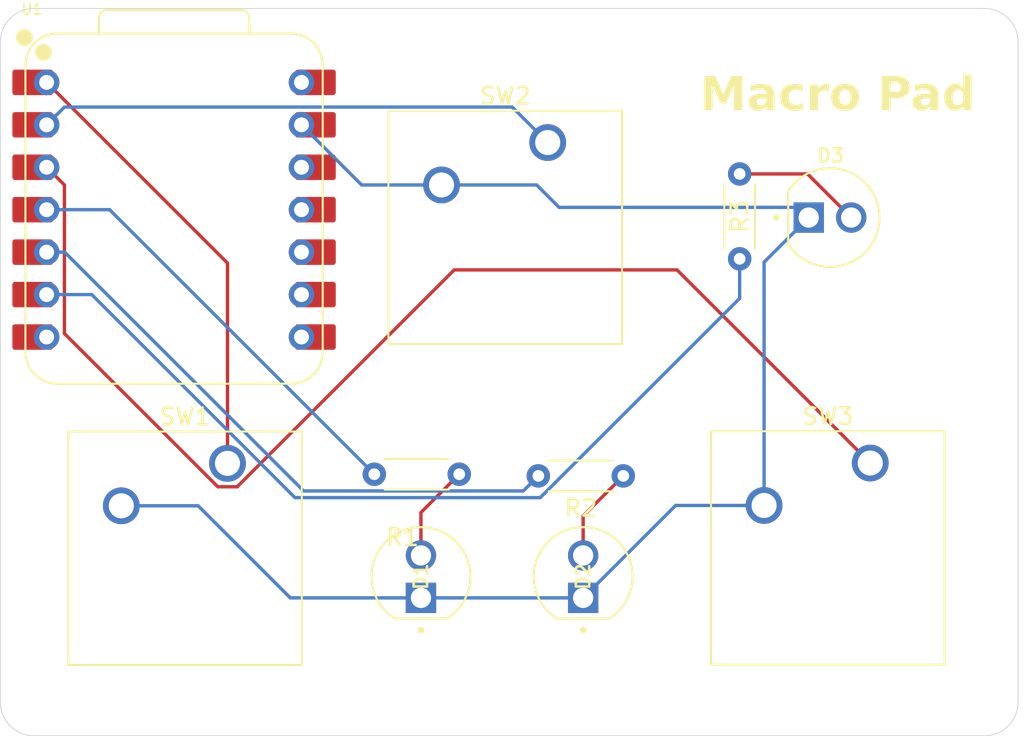
<source format=kicad_pcb>
(kicad_pcb (version 20241229) (generator "pcbnew") (generator_version "9.0")
  (layers (0 "F.Cu" signal) (2 "B.Cu" signal) (13 "F.Paste" user) (15 "B.Paste" user) (5 "F.SilkS" user "F.Silkscreen") (7 "B.SilkS" user "B.Silkscreen") (1 "F.Mask" user) (3 "B.Mask" user) (25 "Edge.Cuts" user))
  (net 0 "")
  (net 1 "GND")
  (net 2 "Net-(D1-PadA)")
  (net 3 "Net-(D2-PadA)")
  (net 4 "Net-(D3-PadA)")
  (net 5 "LED1")
  (net 6 "LED2")
  (net 7 "LED3")
  (net 8 "Button1")
  (net 9 "Button2")
  (net 10 "Button3")
  (footprint "Resistor_THT:R_Axial_DIN0204_L3.6mm_D1.6mm_P5.08mm_Horizontal" (layer "F.Cu") (at 208.37 81.48 -90)
    (property "Reference" "R3" (at 2.54 0 90) (layer "F.SilkS"))
    (property "Value" "R")
    (fp_line (start 0.62 0.92) (end 4.46 0.92) (stroke (width 0.12)) (layer "F.SilkS"))
    (fp_line (start 0.62 -0.92) (end 4.46 -0.92) (stroke (width 0.12)) (layer "F.SilkS"))
    (pad "1" thru_hole circle (at 0 0 270) (size 1.4 1.4) (drill 0.7) (layers "*.Cu" "*.Mask") (net 4 "Net-(D3-PadA)"))
    (pad "2" thru_hole circle (at 5.08 0 270) (size 1.4 1.4) (drill 0.7) (layers "*.Cu" "*.Mask") (net 7 "LED3"))
  )
  (footprint "footprints:LEDRD254W57D500H1070" (layer "F.Cu") (at 199.01 105.58 90)
    (property "Reference" "D2" (at 0 0 90) (layer "F.SilkS") (effects (font (size 0.8 0.8))))
    (property "Value" "L08R5000Q1")
    (fp_line (start -2.5 -1.566) (end -2.5 1.566) (stroke (width 0.127)) (layer "F.SilkS"))
    (fp_arc (start -2.5 -1.566) (mid 2.961291 0) (end -2.5 1.566) (stroke (width 0.127)) (layer "F.SilkS"))
    (fp_circle (center -3.2 0) (end -3.1 0) (stroke (width 0.2)) (fill no) (layer "F.SilkS"))
    (pad "A" thru_hole circle (at 1.27 0 90) (size 1.815 1.815) (drill 1.21) (layers "*.Cu" "*.Mask") (net 3 "Net-(D2-PadA)"))
    (pad "C" thru_hole rect (at -1.27 0 90) (size 1.815 1.815) (drill 1.21) (layers "*.Cu" "*.Mask") (net 1 "GND"))
  )
  (footprint "footprints:LEDRD254W57D500H1070" (layer "F.Cu") (at 213.77 84.09)
    (property "Reference" "D3" (at 0.04 -3.708 0) (layer "F.SilkS") (effects (font (size 0.8 0.8))))
    (property "Value" "L08R5000Q1")
    (fp_line (start -2.5 -1.566) (end -2.5 1.566) (stroke (width 0.127)) (layer "F.SilkS"))
    (fp_arc (start -2.5 -1.566) (mid 2.961291 0) (end -2.5 1.566) (stroke (width 0.127)) (layer "F.SilkS"))
    (fp_circle (center -3.2 0) (end -3.1 0) (stroke (width 0.2)) (fill no) (layer "F.SilkS"))
    (pad "A" thru_hole circle (at 1.27 0) (size 1.815 1.815) (drill 1.21) (layers "*.Cu" "*.Mask") (net 4 "Net-(D3-PadA)"))
    (pad "C" thru_hole rect (at -1.27 0) (size 1.815 1.815) (drill 1.21) (layers "*.Cu" "*.Mask") (net 1 "GND"))
  )
  (footprint "Button_Switch_Keyboard:SW_Cherry_MX_1.00u_PCB" (layer "F.Cu") (at 196.89 79.6)
    (property "Reference" "SW2" (at -2.54 -2.794 0) (layer "F.SilkS"))
    (property "Value" "SW_Push")
    (fp_line (start -9.525 -1.905) (end 4.445 -1.905) (stroke (width 0.12)) (layer "F.SilkS"))
    (fp_line (start -9.525 12.065) (end -9.525 -1.905) (stroke (width 0.12)) (layer "F.SilkS"))
    (fp_line (start 4.445 -1.905) (end 4.445 12.065) (stroke (width 0.12)) (layer "F.SilkS"))
    (fp_line (start 4.445 12.065) (end -9.525 12.065) (stroke (width 0.12)) (layer "F.SilkS"))
    (pad "" np_thru_hole circle (at -7.62 5.08) (size 1.7 1.7) (drill 1.7) (layers "*.Cu" "*.Mask"))
    (pad "" np_thru_hole circle (at -2.54 5.08) (size 4 4) (drill 4) (layers "*.Cu" "*.Mask"))
    (pad "" np_thru_hole circle (at 2.54 5.08) (size 1.7 1.7) (drill 1.7) (layers "*.Cu" "*.Mask"))
    (pad "1" thru_hole circle (at 0 0) (size 2.2 2.2) (drill 1.5) (layers "*.Cu" "*.Mask") (net 9 "Button2"))
    (pad "2" thru_hole circle (at -6.35 2.54) (size 2.2 2.2) (drill 1.5) (layers "*.Cu" "*.Mask") (net 1 "GND"))
  )
  (footprint "Button_Switch_Keyboard:SW_Cherry_MX_1.00u_PCB" (layer "F.Cu") (at 216.18 98.78)
    (property "Reference" "SW3" (at -2.54 -2.794 0) (layer "F.SilkS"))
    (property "Value" "SW_Push")
    (fp_line (start -9.525 -1.905) (end 4.445 -1.905) (stroke (width 0.12)) (layer "F.SilkS"))
    (fp_line (start -9.525 12.065) (end -9.525 -1.905) (stroke (width 0.12)) (layer "F.SilkS"))
    (fp_line (start 4.445 -1.905) (end 4.445 12.065) (stroke (width 0.12)) (layer "F.SilkS"))
    (fp_line (start 4.445 12.065) (end -9.525 12.065) (stroke (width 0.12)) (layer "F.SilkS"))
    (pad "" np_thru_hole circle (at -7.62 5.08) (size 1.7 1.7) (drill 1.7) (layers "*.Cu" "*.Mask"))
    (pad "" np_thru_hole circle (at -2.54 5.08) (size 4 4) (drill 4) (layers "*.Cu" "*.Mask"))
    (pad "" np_thru_hole circle (at 2.54 5.08) (size 1.7 1.7) (drill 1.7) (layers "*.Cu" "*.Mask"))
    (pad "1" thru_hole circle (at 0 0) (size 2.2 2.2) (drill 1.5) (layers "*.Cu" "*.Mask") (net 10 "Button3"))
    (pad "2" thru_hole circle (at -6.35 2.54) (size 2.2 2.2) (drill 1.5) (layers "*.Cu" "*.Mask") (net 1 "GND"))
  )
  (footprint "footprints:LEDRD254W57D500H1070" (layer "F.Cu") (at 189.31 105.58 90)
    (property "Reference" "D1" (at 0 0 90) (layer "F.SilkS") (effects (font (size 0.8 0.8))))
    (property "Value" "L08R5000Q1")
    (fp_line (start -2.5 -1.566) (end -2.5 1.566) (stroke (width 0.127)) (layer "F.SilkS"))
    (fp_arc (start -2.5 -1.566) (mid 2.961291 0) (end -2.5 1.566) (stroke (width 0.127)) (layer "F.SilkS"))
    (fp_circle (center -3.2 0) (end -3.1 0) (stroke (width 0.2)) (fill no) (layer "F.SilkS"))
    (pad "A" thru_hole circle (at 1.27 0 90) (size 1.815 1.815) (drill 1.21) (layers "*.Cu" "*.Mask") (net 2 "Net-(D1-PadA)"))
    (pad "C" thru_hole rect (at -1.27 0 90) (size 1.815 1.815) (drill 1.21) (layers "*.Cu" "*.Mask") (net 1 "GND"))
  )
  (footprint "Resistor_THT:R_Axial_DIN0204_L3.6mm_D1.6mm_P5.08mm_Horizontal" (layer "F.Cu") (at 201.41 99.55 180)
    (property "Reference" "R2" (at 2.54 -1.92 0) (layer "F.SilkS"))
    (property "Value" "R")
    (fp_line (start 0.62 0.92) (end 4.46 0.92) (stroke (width 0.12)) (layer "F.SilkS"))
    (fp_line (start 0.62 -0.92) (end 4.46 -0.92) (stroke (width 0.12)) (layer "F.SilkS"))
    (pad "1" thru_hole circle (at 0 0 180) (size 1.4 1.4) (drill 0.7) (layers "*.Cu" "*.Mask") (net 3 "Net-(D2-PadA)"))
    (pad "2" thru_hole circle (at 5.08 0 180) (size 1.4 1.4) (drill 0.7) (layers "*.Cu" "*.Mask") (net 6 "LED2"))
  )
  (footprint "Resistor_THT:R_Axial_DIN0204_L3.6mm_D1.6mm_P5.08mm_Horizontal" (layer "F.Cu") (at 191.6 99.45 180)
    (property "Reference" "R1" (at 3.39 -3.78 0) (layer "F.SilkS"))
    (property "Value" "R")
    (fp_line (start 0.62 0.92) (end 4.46 0.92) (stroke (width 0.12)) (layer "F.SilkS"))
    (fp_line (start 0.62 -0.92) (end 4.46 -0.92) (stroke (width 0.12)) (layer "F.SilkS"))
    (pad "1" thru_hole circle (at 0 0 180) (size 1.4 1.4) (drill 0.7) (layers "*.Cu" "*.Mask") (net 2 "Net-(D1-PadA)"))
    (pad "2" thru_hole circle (at 5.08 0 180) (size 1.4 1.4) (drill 0.7) (layers "*.Cu" "*.Mask") (net 5 "LED1"))
  )
  (footprint "footprints:XIAO-RP2040-DIP" (layer "F.Cu") (at 174.545 83.62)
    (property "Reference" "U1" (at -8.5 -12 0) (layer "F.SilkS") (effects (font (size 0.635 0.635) (thickness 0.1016))))
    (property "Value" "XIAO-RP2040-DIP")
    (fp_line (start -8.89 8.509) (end -8.89 -8.636) (stroke (width 0.127)) (layer "F.SilkS"))
    (fp_line (start -6.985 10.414) (end 6.985 10.414) (stroke (width 0.127)) (layer "F.SilkS"))
    (fp_line (start -4.495 -10.541) (end -4.491272 -11.451272) (stroke (width 0.127)) (layer "F.SilkS"))
    (fp_line (start -3.991272 -11.951) (end 4.004 -11.951) (stroke (width 0.127)) (layer "F.SilkS"))
    (fp_line (start 4.504 -11.451) (end 4.504 -10.541) (stroke (width 0.127)) (layer "F.SilkS"))
    (fp_line (start 6.985 -10.541) (end -6.985 -10.541) (stroke (width 0.1)) (layer "F.SilkS"))
    (fp_line (start 6.985 -10.541) (end -6.985 -10.541) (stroke (width 0.127)) (layer "F.SilkS"))
    (fp_line (start 8.89 8.509) (end 8.89 -8.636) (stroke (width 0.127)) (layer "F.SilkS"))
    (fp_arc (start -8.89 -8.636) (mid -8.332038 -9.983038) (end -6.985 -10.541) (stroke (width 0.127)) (layer "F.SilkS"))
    (fp_arc (start -6.985 10.414) (mid -8.332038 9.856038) (end -8.89 8.509) (stroke (width 0.127)) (layer "F.SilkS"))
    (fp_arc (start -4.491272 -11.451272) (mid -4.344728 -11.80464) (end -3.991272 -11.951) (stroke (width 0.127)) (layer "F.SilkS"))
    (fp_arc (start 4.004 -11.951) (mid 4.357553 -11.804553) (end 4.504 -11.451) (stroke (width 0.127)) (layer "F.SilkS"))
    (fp_arc (start 6.985 -10.541) (mid 8.332038 -9.983038) (end 8.89 -8.636) (stroke (width 0.127)) (layer "F.SilkS"))
    (fp_arc (start 8.89 8.509) (mid 8.332038 9.856038) (end 6.985 10.414) (stroke (width 0.127)) (layer "F.SilkS"))
    (fp_circle (center -8.95 -10.3) (end -8.95 -10.554) (stroke (width 0.5)) (fill yes) (layer "F.SilkS"))
    (fp_circle (center -7.807 -9.42) (end -7.807 -9.674) (stroke (width 0.5)) (fill yes) (layer "F.SilkS"))
    (pad "1" smd roundrect (at -8.455 -7.62 180) (size 2.432 1.524) (layers "F.Cu" "F.Mask") (roundrect_rratio 0.1) (net 8 "Button1"))
    (pad "1" thru_hole circle (at -7.62 -7.62 180) (size 1.524 1.524) (drill 0.889) (layers "*.Cu" "*.Mask") (net 8 "Button1"))
    (pad "2" smd roundrect (at -8.455 -5.08 180) (size 2.432 1.524) (layers "F.Cu" "F.Mask") (roundrect_rratio 0.1) (net 9 "Button2"))
    (pad "2" thru_hole circle (at -7.62 -5.08 180) (size 1.524 1.524) (drill 0.889) (layers "*.Cu" "*.Mask") (net 9 "Button2"))
    (pad "3" smd roundrect (at -8.455 -2.54 180) (size 2.432 1.524) (layers "F.Cu" "F.Mask") (roundrect_rratio 0.1) (net 10 "Button3"))
    (pad "3" thru_hole circle (at -7.62 -2.54 180) (size 1.524 1.524) (drill 0.889) (layers "*.Cu" "*.Mask") (net 10 "Button3"))
    (pad "4" smd roundrect (at -8.455 0 180) (size 2.432 1.524) (layers "F.Cu" "F.Mask") (roundrect_rratio 0.1) (net 5 "LED1"))
    (pad "4" thru_hole circle (at -7.62 0 180) (size 1.524 1.524) (drill 0.889) (layers "*.Cu" "*.Mask") (net 5 "LED1"))
    (pad "5" smd roundrect (at -8.455 2.54 180) (size 2.432 1.524) (layers "F.Cu" "F.Mask") (roundrect_rratio 0.1) (net 6 "LED2"))
    (pad "5" thru_hole circle (at -7.62 2.54 180) (size 1.524 1.524) (drill 0.889) (layers "*.Cu" "*.Mask") (net 6 "LED2"))
    (pad "6" smd roundrect (at -8.455 5.08 180) (size 2.432 1.524) (layers "F.Cu" "F.Mask") (roundrect_rratio 0.1) (net 7 "LED3"))
    (pad "6" thru_hole circle (at -7.62 5.08 180) (size 1.524 1.524) (drill 0.889) (layers "*.Cu" "*.Mask") (net 7 "LED3"))
    (pad "7" smd roundrect (at -8.455 7.62 180) (size 2.432 1.524) (layers "F.Cu" "F.Mask") (roundrect_rratio 0.1))
    (pad "7" thru_hole circle (at -7.62 7.62 180) (size 1.524 1.524) (drill 0.889) (layers "*.Cu" "*.Mask"))
    (pad "8" thru_hole circle (at 7.62 7.62) (size 1.524 1.524) (drill 0.889) (layers "*.Cu" "*.Mask"))
    (pad "8" smd roundrect (at 8.455 7.62) (size 2.432 1.524) (layers "F.Cu" "F.Mask") (roundrect_rratio 0.1))
    (pad "9" thru_hole circle (at 7.62 5.08) (size 1.524 1.524) (drill 0.889) (layers "*.Cu" "*.Mask"))
    (pad "9" smd roundrect (at 8.455 5.08) (size 2.432 1.524) (layers "F.Cu" "F.Mask") (roundrect_rratio 0.1))
    (pad "10" thru_hole circle (at 7.62 2.54) (size 1.524 1.524) (drill 0.889) (layers "*.Cu" "*.Mask"))
    (pad "10" smd roundrect (at 8.455 2.54) (size 2.432 1.524) (layers "F.Cu" "F.Mask") (roundrect_rratio 0.1))
    (pad "11" thru_hole circle (at 7.62 0) (size 1.524 1.524) (drill 0.889) (layers "*.Cu" "*.Mask"))
    (pad "11" smd roundrect (at 8.455 0) (size 2.432 1.524) (layers "F.Cu" "F.Mask") (roundrect_rratio 0.1))
    (pad "12" thru_hole circle (at 7.62 -2.54) (size 1.524 1.524) (drill 0.889) (layers "*.Cu" "*.Mask"))
    (pad "12" smd roundrect (at 8.455 -2.54) (size 2.432 1.524) (layers "F.Cu" "F.Mask") (roundrect_rratio 0.1))
    (pad "13" thru_hole circle (at 7.62 -5.08) (size 1.524 1.524) (drill 0.889) (layers "*.Cu" "*.Mask") (net 1 "GND"))
    (pad "13" smd roundrect (at 8.455 -5.08) (size 2.432 1.524) (layers "F.Cu" "F.Mask") (roundrect_rratio 0.1) (net 1 "GND"))
    (pad "14" thru_hole circle (at 7.62 -7.62) (size 1.524 1.524) (drill 0.889) (layers "*.Cu" "*.Mask"))
    (pad "14" smd roundrect (at 8.455 -7.62) (size 2.432 1.524) (layers "F.Cu" "F.Mask") (roundrect_rratio 0.1))
  )
  (footprint "Button_Switch_Keyboard:SW_Cherry_MX_1.00u_PCB" (layer "F.Cu") (at 177.74 98.8)
    (property "Reference" "SW1" (at -2.54 -2.794 0) (layer "F.SilkS"))
    (property "Value" "SW_Push")
    (fp_line (start -9.525 -1.905) (end 4.445 -1.905) (stroke (width 0.12)) (layer "F.SilkS"))
    (fp_line (start -9.525 12.065) (end -9.525 -1.905) (stroke (width 0.12)) (layer "F.SilkS"))
    (fp_line (start 4.445 -1.905) (end 4.445 12.065) (stroke (width 0.12)) (layer "F.SilkS"))
    (fp_line (start 4.445 12.065) (end -9.525 12.065) (stroke (width 0.12)) (layer "F.SilkS"))
    (pad "" np_thru_hole circle (at -7.62 5.08) (size 1.7 1.7) (drill 1.7) (layers "*.Cu" "*.Mask"))
    (pad "" np_thru_hole circle (at -2.54 5.08) (size 4 4) (drill 4) (layers "*.Cu" "*.Mask"))
    (pad "" np_thru_hole circle (at 2.54 5.08) (size 1.7 1.7) (drill 1.7) (layers "*.Cu" "*.Mask"))
    (pad "1" thru_hole circle (at 0 0) (size 2.2 2.2) (drill 1.5) (layers "*.Cu" "*.Mask") (net 8 "Button1"))
    (pad "2" thru_hole circle (at -6.35 2.54) (size 2.2 2.2) (drill 1.5) (layers "*.Cu" "*.Mask") (net 1 "GND"))
  )
  (gr_line (start 225.02 73.58) (end 225.02 113.1) (stroke (width 0.05)) (layer "Edge.Cuts"))
  (gr_line (start 223.02 115.1) (end 166.16 115.1) (stroke (width 0.05)) (layer "Edge.Cuts"))
  (gr_line (start 166.16 71.58) (end 223.02 71.58) (stroke (width 0.05)) (layer "Edge.Cuts"))
  (gr_arc (start 225.02 113.1) (mid 224.434214 114.514214) (end 223.02 115.1) (stroke (width 0.05)) (layer "Edge.Cuts"))
  (gr_arc (start 164.16 73.58) (mid 164.745786 72.165786) (end 166.16 71.58) (stroke (width 0.05)) (layer "Edge.Cuts"))
  (gr_line (start 164.16 113.1) (end 164.16 73.58) (stroke (width 0.05)) (layer "Edge.Cuts"))
  (gr_arc (start 166.16 115.1) (mid 164.745786 114.514214) (end 164.16 113.1) (stroke (width 0.05)) (layer "Edge.Cuts"))
  (gr_arc (start 223.02 71.58) (mid 224.434214 72.165786) (end 225.02 73.58) (stroke (width 0.05)) (layer "Edge.Cuts"))
  (gr_text "Macro Pad" (at 206 78 0) (layer "F.SilkS") (effects (font (size 2 2) (thickness 0.2) (bold yes)) (justify left bottom)))
  (segment (start 185.765 82.14) (end 182.165 78.54) (width 0.2) (layer "B.Cu") (net 1))
  (segment (start 209.83 101.32) (end 209.83 86.76) (width 0.2) (layer "B.Cu") (net 1))
  (segment (start 204.54 101.32) (end 209.83 101.32) (width 0.2) (layer "B.Cu") (net 1))
  (segment (start 199.01 106.85) (end 204.54 101.32) (width 0.2) (layer "B.Cu") (net 1))
  (segment (start 190.54 82.14) (end 185.765 82.14) (width 0.2) (layer "B.Cu") (net 1))
  (segment (start 196.233 82.14) (end 190.54 82.14) (width 0.2) (layer "B.Cu") (net 1))
  (segment (start 189.31 106.85) (end 199.01 106.85) (width 0.2) (layer "B.Cu") (net 1))
  (segment (start 181.494816 106.85) (end 189.31 106.85) (width 0.2) (layer "B.Cu") (net 1))
  (segment (start 209.83 86.76) (end 212.5 84.09) (width 0.2) (layer "B.Cu") (net 1))
  (segment (start 171.39 101.34) (end 175.984816 101.34) (width 0.2) (layer "B.Cu") (net 1))
  (segment (start 211.889 83.479) (end 197.572 83.479) (width 0.2) (layer "B.Cu") (net 1))
  (segment (start 175.984816 101.34) (end 181.494816 106.85) (width 0.2) (layer "B.Cu") (net 1))
  (segment (start 197.572 83.479) (end 196.233 82.14) (width 0.2) (layer "B.Cu") (net 1))
  (segment (start 212.5 84.09) (end 211.889 83.479) (width 0.2) (layer "B.Cu") (net 1))
  (segment (start 189.31 104.31) (end 189.31 101.74) (width 0.2) (layer "F.Cu") (net 2))
  (segment (start 189.23 104.31) (end 189.14 104.22) (width 0.2) (layer "F.Cu") (net 2))
  (segment (start 189.31 101.74) (end 191.6 99.45) (width 0.2) (layer "F.Cu") (net 2))
  (segment (start 189.31 104.31) (end 189.23 104.31) (width 0.2) (layer "F.Cu") (net 2))
  (segment (start 199.01 101.95) (end 201.41 99.55) (width 0.2) (layer "F.Cu") (net 3))
  (segment (start 199.01 104.31) (end 199.01 101.95) (width 0.2) (layer "F.Cu") (net 3))
  (segment (start 212.43 81.48) (end 208.37 81.48) (width 0.2) (layer "F.Cu") (net 4))
  (segment (start 215.04 84.09) (end 212.43 81.48) (width 0.2) (layer "F.Cu") (net 4))
  (segment (start 186.47 99.5) (end 186.47 99.54) (width 0.2) (layer "F.Cu") (net 5))
  (segment (start 186.47 99.5) (end 186.52 99.45) (width 0.2) (layer "F.Cu") (net 5))
  (segment (start 170.69 83.62) (end 166.925 83.62) (width 0.2) (layer "B.Cu") (net 5))
  (segment (start 186.52 99.45) (end 170.69 83.62) (width 0.2) (layer "B.Cu") (net 5))
  (segment (start 195.429 100.451) (end 182.29363 100.451) (width 0.2) (layer "B.Cu") (net 6))
  (segment (start 196.33 99.55) (end 195.429 100.451) (width 0.2) (layer "B.Cu") (net 6))
  (segment (start 182.29363 100.451) (end 168.00263 86.16) (width 0.2) (layer "B.Cu") (net 6))
  (segment (start 168.00263 86.16) (end 166.925 86.16) (width 0.2) (layer "B.Cu") (net 6))
  (segment (start 181.773314 100.852) (end 169.621314 88.7) (width 0.2) (layer "B.Cu") (net 7))
  (segment (start 196.443628 100.852) (end 181.773314 100.852) (width 0.2) (layer "B.Cu") (net 7))
  (segment (start 169.621314 88.7) (end 166.925 88.7) (width 0.2) (layer "B.Cu") (net 7))
  (segment (start 208.37 86.56) (end 208.37 88.925628) (width 0.2) (layer "B.Cu") (net 7))
  (segment (start 208.37 88.925628) (end 196.443628 100.852) (width 0.2) (layer "B.Cu") (net 7))
  (segment (start 177.74 98.8) (end 177.74 86.815) (width 0.2) (layer "F.Cu") (net 8))
  (segment (start 177.74 86.815) (end 166.925 76) (width 0.2) (layer "F.Cu") (net 8))
  (segment (start 196.91 79.6) (end 197 79.51) (width 0.2) (layer "F.Cu") (net 9))
  (segment (start 196.91 79.6) (end 196.89 79.6) (width 0.2) (layer "F.Cu") (net 9))
  (segment (start 167.988 77.477) (end 166.925 78.54) (width 0.2) (layer "B.Cu") (net 9))
  (segment (start 194.767 77.477) (end 167.988 77.477) (width 0.2) (layer "B.Cu") (net 9))
  (segment (start 196.89 79.6) (end 194.767 77.477) (width 0.2) (layer "B.Cu") (net 9))
  (segment (start 167.988 82.143) (end 166.925 81.08) (width 0.2) (layer "F.Cu") (net 10))
  (segment (start 178.320314 100.201) (end 177.159686 100.201) (width 0.2) (layer "F.Cu") (net 10))
  (segment (start 177.159686 100.201) (end 167.988 91.029314) (width 0.2) (layer "F.Cu") (net 10))
  (segment (start 204.623 87.223) (end 191.298314 87.223) (width 0.2) (layer "F.Cu") (net 10))
  (segment (start 191.298314 87.223) (end 178.320314 100.201) (width 0.2) (layer "F.Cu") (net 10))
  (segment (start 167.988 91.029314) (end 167.988 82.143) (width 0.2) (layer "F.Cu") (net 10))
  (segment (start 216.18 98.78) (end 204.623 87.223) (width 0.2) (layer "F.Cu") (net 10))
  (segment (start 216.21 98.78) (end 216.25 98.82) (width 0.2) (layer "B.Cu") (net 10))
  (segment (start 216.21 98.78) (end 216.18 98.78) (width 0.2) (layer "B.Cu") (net 10))
)
</source>
